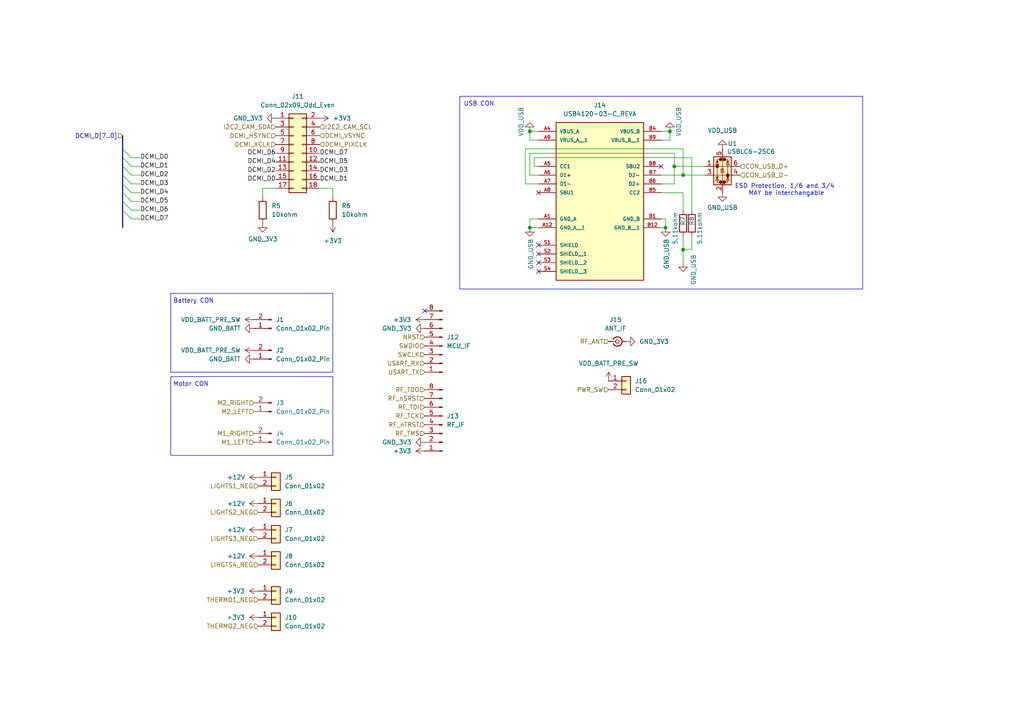
<source format=kicad_sch>
(kicad_sch (version 20231120) (generator "eeschema") (generator_version "8.0")
  (paper "A4")
  (lib_symbols
    (symbol "Connector:Conn_01x02_Pin" (pin_names (offset 1.016) hide)
      (property "Reference" "J" (at 0 2.54 0))
      (property "Value" "Conn_01x02_Pin" (at 0 -5.08 0))
      (symbol "Conn_01x02_Pin_1_1"
        (polyline (pts (xy 1.27 -2.54) (xy 0.8636 -2.54)) (stroke (width 0.1524)))
        (polyline (pts (xy 1.27 0) (xy 0.8636 0)) (stroke (width 0.1524)))
        (rectangle (start 0.8636 -2.413) (end 0 -2.667) (stroke (width 0.1524)) (fill (type outline)))
        (rectangle (start 0.8636 0.127) (end 0 -0.127) (stroke (width 0.1524)) (fill (type outline)))
        (pin passive line (at 5.08 0 180) (length 3.81) (name "Pin_1") (number "1"))
        (pin passive line (at 5.08 -2.54 180) (length 3.81) (name "Pin_2") (number "2"))
      )
    )
    (symbol "Connector:Conn_01x08_Pin" (pin_names (offset 1.016) hide)
      (property "Reference" "J" (at 0 10.16 0))
      (property "Value" "Conn_01x08_Pin" (at 0 -12.7 0))
      (symbol "Conn_01x08_Pin_1_1"
        (polyline (pts (xy 1.27 -10.16) (xy 0.8636 -10.16)) (stroke (width 0.1524)))
        (polyline (pts (xy 1.27 -7.62) (xy 0.8636 -7.62)) (stroke (width 0.1524)))
        (polyline (pts (xy 1.27 -5.08) (xy 0.8636 -5.08)) (stroke (width 0.1524)))
        (polyline (pts (xy 1.27 -2.54) (xy 0.8636 -2.54)) (stroke (width 0.1524)))
        (polyline (pts (xy 1.27 0) (xy 0.8636 0)) (stroke (width 0.1524)))
        (polyline (pts (xy 1.27 2.54) (xy 0.8636 2.54)) (stroke (width 0.1524)))
        (polyline (pts (xy 1.27 5.08) (xy 0.8636 5.08)) (stroke (width 0.1524)))
        (polyline (pts (xy 1.27 7.62) (xy 0.8636 7.62)) (stroke (width 0.1524)))
        (rectangle (start 0.8636 -10.033) (end 0 -10.287) (stroke (width 0.1524)) (fill (type outline)))
        (rectangle (start 0.8636 -7.493) (end 0 -7.747) (stroke (width 0.1524)) (fill (type outline)))
        (rectangle (start 0.8636 -4.953) (end 0 -5.207) (stroke (width 0.1524)) (fill (type outline)))
        (rectangle (start 0.8636 -2.413) (end 0 -2.667) (stroke (width 0.1524)) (fill (type outline)))
        (rectangle (start 0.8636 0.127) (end 0 -0.127) (stroke (width 0.1524)) (fill (type outline)))
        (rectangle (start 0.8636 2.667) (end 0 2.413) (stroke (width 0.1524)) (fill (type outline)))
        (rectangle (start 0.8636 5.207) (end 0 4.953) (stroke (width 0.1524)) (fill (type outline)))
        (rectangle (start 0.8636 7.747) (end 0 7.493) (stroke (width 0.1524)) (fill (type outline)))
        (pin passive line (at 5.08 7.62 180) (length 3.81) (name "Pin_1") (number "1"))
        (pin passive line (at 5.08 5.08 180) (length 3.81) (name "Pin_2") (number "2"))
        (pin passive line (at 5.08 2.54 180) (length 3.81) (name "Pin_3") (number "3"))
        (pin passive line (at 5.08 0 180) (length 3.81) (name "Pin_4") (number "4"))
        (pin passive line (at 5.08 -2.54 180) (length 3.81) (name "Pin_5") (number "5"))
        (pin passive line (at 5.08 -5.08 180) (length 3.81) (name "Pin_6") (number "6"))
        (pin passive line (at 5.08 -7.62 180) (length 3.81) (name "Pin_7") (number "7"))
        (pin passive line (at 5.08 -10.16 180) (length 3.81) (name "Pin_8") (number "8"))
      )
    )
    (symbol "Connector:Conn_Coaxial_Small" (pin_numbers hide) (pin_names (offset 1.016) hide)
      (property "Reference" "J" (at 0.254 3.048 0))
      (property "Value" "Conn_Coaxial_Small" (at 0 -3.81 0))
      (symbol "Conn_Coaxial_Small_0_1"
        (polyline (pts (xy -2.54 0) (xy -0.508 0)))
        (circle (center 0 0) (radius 0.508) (stroke (width 0.2032)))
      )
      (symbol "Conn_Coaxial_Small_1_1"
        (arc (start -1.1916 -0.6311) (mid 0.327 -1.3081) (end 1.3484 0.0039) (stroke (width 0.3048)))
        (arc (start 1.3484 -0.0039) (mid 0.327 1.3081) (end -1.1916 0.6311) (stroke (width 0.3048)))
        (pin passive line (at -2.54 0 0) (length 1.27) (name "In") (number "1"))
        (pin passive line (at 2.54 0 180) (length 1.27) (name "Ext") (number "2"))
      )
    )
    (symbol "Connector_Generic:Conn_01x02" (pin_names (offset 1.016) hide)
      (property "Reference" "J" (at 0 2.54 0))
      (property "Value" "Conn_01x02" (at 0 -5.08 0))
      (symbol "Conn_01x02_1_1"
        (rectangle (start -1.27 -2.413) (end 0 -2.667) (stroke (width 0.1524)))
        (rectangle (start -1.27 0.127) (end 0 -0.127) (stroke (width 0.1524)))
        (rectangle (start -1.27 1.27) (end 1.27 -3.81) (stroke (width 0.254)) (fill (type background)))
        (pin passive line (at -5.08 0 0) (length 3.81) (name "Pin_1") (number "1"))
        (pin passive line (at -5.08 -2.54 0) (length 3.81) (name "Pin_2") (number "2"))
      )
    )
    (symbol "Connector_Generic:Conn_02x09_Odd_Even" (pin_names (offset 1.016) hide)
      (property "Reference" "J" (at 1.27 12.7 0))
      (property "Value" "Conn_02x09_Odd_Even" (at 1.27 -12.7 0))
      (symbol "Conn_02x09_Odd_Even_1_1"
        (rectangle (start -1.27 -10.033) (end 0 -10.287) (stroke (width 0.1524)))
        (rectangle (start -1.27 -7.493) (end 0 -7.747) (stroke (width 0.1524)))
        (rectangle (start -1.27 -4.953) (end 0 -5.207) (stroke (width 0.1524)))
        (rectangle (start -1.27 -2.413) (end 0 -2.667) (stroke (width 0.1524)))
        (rectangle (start -1.27 0.127) (end 0 -0.127) (stroke (width 0.1524)))
        (rectangle (start -1.27 2.667) (end 0 2.413) (stroke (width 0.1524)))
        (rectangle (start -1.27 5.207) (end 0 4.953) (stroke (width 0.1524)))
        (rectangle (start -1.27 7.747) (end 0 7.493) (stroke (width 0.1524)))
        (rectangle (start -1.27 10.287) (end 0 10.033) (stroke (width 0.1524)))
        (rectangle (start -1.27 11.43) (end 3.81 -11.43) (stroke (width 0.254)) (fill (type background)))
        (rectangle (start 3.81 -10.033) (end 2.54 -10.287) (stroke (width 0.1524)))
        (rectangle (start 3.81 -7.493) (end 2.54 -7.747) (stroke (width 0.1524)))
        (rectangle (start 3.81 -4.953) (end 2.54 -5.207) (stroke (width 0.1524)))
        (rectangle (start 3.81 -2.413) (end 2.54 -2.667) (stroke (width 0.1524)))
        (rectangle (start 3.81 0.127) (end 2.54 -0.127) (stroke (width 0.1524)))
        (rectangle (start 3.81 2.667) (end 2.54 2.413) (stroke (width 0.1524)))
        (rectangle (start 3.81 5.207) (end 2.54 4.953) (stroke (width 0.1524)))
        (rectangle (start 3.81 7.747) (end 2.54 7.493) (stroke (width 0.1524)))
        (rectangle (start 3.81 10.287) (end 2.54 10.033) (stroke (width 0.1524)))
        (pin passive line (at -5.08 10.16 0) (length 3.81) (name "Pin_1") (number "1"))
        (pin passive line (at 7.62 0 180) (length 3.81) (name "Pin_10") (number "10"))
        (pin passive line (at -5.08 -2.54 0) (length 3.81) (name "Pin_11") (number "11"))
        (pin passive line (at 7.62 -2.54 180) (length 3.81) (name "Pin_12") (number "12"))
        (pin passive line (at -5.08 -5.08 0) (length 3.81) (name "Pin_13") (number "13"))
        (pin passive line (at 7.62 -5.08 180) (length 3.81) (name "Pin_14") (number "14"))
        (pin passive line (at -5.08 -7.62 0) (length 3.81) (name "Pin_15") (number "15"))
        (pin passive line (at 7.62 -7.62 180) (length 3.81) (name "Pin_16") (number "16"))
        (pin passive line (at -5.08 -10.16 0) (length 3.81) (name "Pin_17") (number "17"))
        (pin passive line (at 7.62 -10.16 180) (length 3.81) (name "Pin_18") (number "18"))
        (pin passive line (at 7.62 10.16 180) (length 3.81) (name "Pin_2") (number "2"))
        (pin passive line (at -5.08 7.62 0) (length 3.81) (name "Pin_3") (number "3"))
        (pin passive line (at 7.62 7.62 180) (length 3.81) (name "Pin_4") (number "4"))
        (pin passive line (at -5.08 5.08 0) (length 3.81) (name "Pin_5") (number "5"))
        (pin passive line (at 7.62 5.08 180) (length 3.81) (name "Pin_6") (number "6"))
        (pin passive line (at -5.08 2.54 0) (length 3.81) (name "Pin_7") (number "7"))
        (pin passive line (at 7.62 2.54 180) (length 3.81) (name "Pin_8") (number "8"))
        (pin passive line (at -5.08 0 0) (length 3.81) (name "Pin_9") (number "9"))
      )
    )
    (symbol "Device:R" (pin_numbers hide) (pin_names (offset 0))
      (property "Reference" "R" (at 2.032 0 90))
      (property "Value" "R" (at 0 0 90))
      (symbol "R_0_1"
        (rectangle (start -1.016 -2.54) (end 1.016 2.54) (stroke (width 0.254)))
      )
      (symbol "R_1_1"
        (pin passive line (at 0 3.81 270) (length 1.27) (name "~") (number "1"))
        (pin passive line (at 0 -3.81 90) (length 1.27) (name "~") (number "2"))
      )
    )
    (symbol "Power_Protection:USBLC6-2SC6" (pin_names hide)
      (property "Reference" "U" (at 0.635 5.715 0))
      (property "Value" "USBLC6-2SC6" (at 0.635 3.81 0))
      (symbol "USBLC6-2SC6_0_0"
        (circle (center -1.524 0) (radius 0.0001) (stroke (width 0.508)))
        (circle (center -0.508 -4.572) (radius 0.0001) (stroke (width 0.508)))
        (circle (center -0.508 2.032) (radius 0.0001) (stroke (width 0.508)))
        (circle (center 0.508 -4.572) (radius 0.0001) (stroke (width 0.508)))
        (circle (center 0.508 2.032) (radius 0.0001) (stroke (width 0.508)))
        (circle (center 1.524 -2.54) (radius 0.0001) (stroke (width 0.508)))
      )
      (symbol "USBLC6-2SC6_0_1"
        (polyline (pts (xy -2.54 -2.54) (xy 2.54 -2.54)))
        (polyline (pts (xy -2.54 0) (xy 2.54 0)))
        (polyline (pts (xy -2.032 -3.048) (xy -1.016 -3.048)))
        (polyline (pts (xy -1.016 1.524) (xy -2.032 1.524)))
        (polyline (pts (xy 1.016 -3.048) (xy 2.032 -3.048)))
        (polyline (pts (xy 1.016 1.524) (xy 2.032 1.524)))
        (polyline (pts (xy -0.508 -1.143) (xy -0.508 -0.762) (xy 0.508 -0.762)))
        (polyline (pts (xy -2.032 0.508) (xy -1.016 0.508) (xy -1.524 1.524) (xy -2.032 0.508)))
        (polyline (pts (xy -1.016 -4.064) (xy -2.032 -4.064) (xy -1.524 -3.048) (xy -1.016 -4.064)))
        (polyline (pts (xy 0.508 -1.778) (xy -0.508 -1.778) (xy 0 -0.762) (xy 0.508 -1.778)))
        (polyline (pts (xy 2.032 -4.064) (xy 1.016 -4.064) (xy 1.524 -3.048) (xy 2.032 -4.064)))
        (polyline (pts (xy 2.032 0.508) (xy 1.016 0.508) (xy 1.524 1.524) (xy 2.032 0.508)))
        (polyline (pts (xy 0 2.54) (xy -0.508 2.032) (xy 0.508 2.032) (xy 0 1.524) (xy 0 -4.064) (xy -0.508 -4.572) (xy 0.508 -4.572) (xy 0 -5.08)))
      )
      (symbol "USBLC6-2SC6_1_1"
        (rectangle (start -2.54 2.794) (end 2.54 -5.334) (stroke (width 0.254)) (fill (type background)))
        (polyline (pts (xy -0.508 2.032) (xy -1.524 2.032) (xy -1.524 -4.572) (xy -0.508 -4.572)))
        (polyline (pts (xy 0.508 -4.572) (xy 1.524 -4.572) (xy 1.524 2.032) (xy 0.508 2.032)))
        (pin passive line (at -5.08 0 0) (length 2.54) (name "I/O1") (number "1"))
        (pin passive line (at 0 -7.62 90) (length 2.54) (name "GND") (number "2"))
        (pin passive line (at -5.08 -2.54 0) (length 2.54) (name "I/O2") (number "3"))
        (pin passive line (at 5.08 -2.54 180) (length 2.54) (name "I/O2") (number "4"))
        (pin passive line (at 0 5.08 270) (length 2.54) (name "VBUS") (number "5"))
        (pin passive line (at 5.08 0 180) (length 2.54) (name "I/O1") (number "6"))
      )
    )
    (symbol "USB4120-03-C:USB4120-03-C_REVA" (pin_names (offset 1.016))
      (property "Reference" "J" (at -12.7 16.002 0))
      (property "Value" "USB4120-03-C_REVA" (at -12.7 -31.242 0))
      (symbol "USB4120-03-C_REVA_0_0"
        (rectangle (start -12.7 -30.48) (end 12.7 15.24) (stroke (width 0.254)) (fill (type background)))
        (pin power_in line (at -17.78 -12.7 0) (length 5.08) (name "GND_A") (number "A1"))
        (pin power_in line (at -17.78 -15.24 0) (length 5.08) (name "GND_A__1") (number "A12"))
        (pin power_in line (at -17.78 12.7 0) (length 5.08) (name "VBUS_A") (number "A4"))
        (pin bidirectional line (at -17.78 2.54 0) (length 5.08) (name "CC1") (number "A5"))
        (pin bidirectional line (at -17.78 0 0) (length 5.08) (name "D1+") (number "A6"))
        (pin bidirectional line (at -17.78 -2.54 0) (length 5.08) (name "D1-") (number "A7"))
        (pin bidirectional line (at -17.78 -5.08 0) (length 5.08) (name "SBU1") (number "A8"))
        (pin power_in line (at -17.78 10.16 0) (length 5.08) (name "VBUS_A__1") (number "A9"))
        (pin power_in line (at 17.78 -12.7 180) (length 5.08) (name "GND_B") (number "B1"))
        (pin power_in line (at 17.78 -15.24 180) (length 5.08) (name "GND_B__1") (number "B12"))
        (pin power_in line (at 17.78 12.7 180) (length 5.08) (name "VBUS_B") (number "B4"))
        (pin bidirectional line (at 17.78 -5.08 180) (length 5.08) (name "CC2") (number "B5"))
        (pin bidirectional line (at 17.78 -2.54 180) (length 5.08) (name "D2+") (number "B6"))
        (pin bidirectional line (at 17.78 0 180) (length 5.08) (name "D2-") (number "B7"))
        (pin bidirectional line (at 17.78 2.54 180) (length 5.08) (name "SBU2") (number "B8"))
        (pin power_in line (at 17.78 10.16 180) (length 5.08) (name "VBUS_B__1") (number "B9"))
        (pin passive line (at -17.78 -20.32 0) (length 5.08) (name "SHIELD") (number "S1"))
        (pin passive line (at -17.78 -22.86 0) (length 5.08) (name "SHIELD__1") (number "S2"))
        (pin passive line (at -17.78 -25.4 0) (length 5.08) (name "SHIELD__2") (number "S3"))
        (pin passive line (at -17.78 -27.94 0) (length 5.08) (name "SHIELD__3") (number "S4"))
      )
    )
    (symbol "power:+3V3" (power) (pin_numbers hide) (pin_names (offset 0) hide)
      (property "Value" "+3V3" (at 0 3.556 0))
      (symbol "+3V3_0_1"
        (polyline (pts (xy -0.762 1.27) (xy 0 2.54)))
        (polyline (pts (xy 0 0) (xy 0 2.54)))
        (polyline (pts (xy 0 2.54) (xy 0.762 1.27)))
      )
      (symbol "+3V3_1_1"
        (pin power_in line (at 0 0 90) (length 0) (name "~") (number "1"))
      )
    )
    (symbol "power:GND" (power) (pin_numbers hide) (pin_names (offset 0) hide)
      (property "Value" "GND" (at 0 -3.81 0))
      (symbol "GND_0_1"
        (polyline (pts (xy 0 0) (xy 0 -1.27) (xy 1.27 -1.27) (xy 0 -2.54) (xy -1.27 -1.27) (xy 0 -1.27)))
      )
      (symbol "GND_1_1"
        (pin power_in line (at 0 0 270) (length 0) (name "~") (number "1"))
      )
    )
  )
  (junction (at 194.31 38.1))
  (junction (at 195.58 48.26))
  (junction (at 198.12 72.39))
  (junction (at 153.67 38.1))
  (junction (at 153.67 66.04))
  (junction (at 198.12 50.8))
  (junction (at 193.04 66.04))
  (no_connect (at 156.21 55.88))
  (no_connect (at 156.21 73.66))
  (no_connect (at 156.21 71.12))
  (no_connect (at 156.21 78.74))
  (no_connect (at 123.19 90.17))
  (no_connect (at 191.77 48.26))
  (no_connect (at 156.21 76.2))
  (bus_entry (at 35.56 55.88) (size 2.54 2.54))
  (bus_entry (at 35.56 58.42) (size 2.54 2.54))
  (bus_entry (at 35.56 43.18) (size 2.54 2.54))
  (bus_entry (at 35.56 60.96) (size 2.54 2.54))
  (bus_entry (at 35.56 53.34) (size 2.54 2.54))
  (bus_entry (at 35.56 48.26) (size 2.54 2.54))
  (bus_entry (at 35.56 45.72) (size 2.54 2.54))
  (bus_entry (at 35.56 50.8) (size 2.54 2.54))
  (wire (pts (xy 153.67 44.45) (xy 195.58 44.45)))
  (wire (pts (xy 195.58 48.26) (xy 195.58 53.34)))
  (wire (pts (xy 40.64 48.26) (xy 38.1 48.26)))
  (wire (pts (xy 191.77 63.5) (xy 193.04 63.5)))
  (wire (pts (xy 154.94 45.72) (xy 200.66 45.72)))
  (bus (pts (xy 35.56 66.04) (xy 35.56 60.96)))
  (wire (pts (xy 153.67 63.5) (xy 156.21 63.5)))
  (bus (pts (xy 35.56 50.8) (xy 35.56 48.26)))
  (wire (pts (xy 194.31 40.64) (xy 194.31 38.1)))
  (bus (pts (xy 35.56 43.18) (xy 35.56 39.37)))
  (bus (pts (xy 35.56 45.72) (xy 35.56 43.18)))
  (wire (pts (xy 191.77 40.64) (xy 194.31 40.64)))
  (bus (pts (xy 35.56 60.96) (xy 35.56 58.42)))
  (wire (pts (xy 193.04 66.04) (xy 191.77 66.04)))
  (wire (pts (xy 40.64 60.96) (xy 38.1 60.96)))
  (wire (pts (xy 198.12 72.39) (xy 200.66 72.39)))
  (wire (pts (xy 153.67 66.04) (xy 156.21 66.04)))
  (wire (pts (xy 198.12 60.96) (xy 198.12 55.88)))
  (wire (pts (xy 96.52 54.61) (xy 96.52 57.15)))
  (wire (pts (xy 40.64 50.8) (xy 38.1 50.8)))
  (wire (pts (xy 76.2 54.61) (xy 76.2 57.15)))
  (wire (pts (xy 76.2 54.61) (xy 80.01 54.61)))
  (wire (pts (xy 40.64 63.5) (xy 38.1 63.5)))
  (wire (pts (xy 152.4 53.34) (xy 152.4 43.18)))
  (wire (pts (xy 195.58 44.45) (xy 195.58 48.26)))
  (wire (pts (xy 40.64 58.42) (xy 38.1 58.42)))
  (wire (pts (xy 40.64 53.34) (xy 38.1 53.34)))
  (wire (pts (xy 156.21 53.34) (xy 152.4 53.34)))
  (wire (pts (xy 198.12 43.18) (xy 198.12 50.8)))
  (bus (pts (xy 35.56 58.42) (xy 35.56 55.88)))
  (wire (pts (xy 154.94 48.26) (xy 154.94 45.72)))
  (wire (pts (xy 193.04 63.5) (xy 193.04 66.04)))
  (wire (pts (xy 200.66 45.72) (xy 200.66 60.96)))
  (wire (pts (xy 194.31 38.1) (xy 191.77 38.1)))
  (bus (pts (xy 35.56 48.26) (xy 35.56 45.72)))
  (bus (pts (xy 35.56 53.34) (xy 35.56 50.8)))
  (wire (pts (xy 156.21 50.8) (xy 153.67 50.8)))
  (wire (pts (xy 153.67 38.1) (xy 156.21 38.1)))
  (wire (pts (xy 198.12 68.58) (xy 198.12 72.39)))
  (wire (pts (xy 96.52 54.61) (xy 92.71 54.61)))
  (wire (pts (xy 198.12 72.39) (xy 198.12 76.2)))
  (wire (pts (xy 152.4 43.18) (xy 198.12 43.18)))
  (wire (pts (xy 156.21 40.64) (xy 153.67 40.64)))
  (wire (pts (xy 195.58 48.26) (xy 204.47 48.26)))
  (wire (pts (xy 153.67 50.8) (xy 153.67 44.45)))
  (wire (pts (xy 153.67 66.04) (xy 153.67 63.5)))
  (wire (pts (xy 153.67 40.64) (xy 153.67 38.1)))
  (wire (pts (xy 198.12 50.8) (xy 204.47 50.8)))
  (wire (pts (xy 156.21 48.26) (xy 154.94 48.26)))
  (bus (pts (xy 35.56 55.88) (xy 35.56 53.34)))
  (wire (pts (xy 191.77 50.8) (xy 198.12 50.8)))
  (wire (pts (xy 40.64 55.88) (xy 38.1 55.88)))
  (wire (pts (xy 200.66 72.39) (xy 200.66 68.58)))
  (wire (pts (xy 191.77 53.34) (xy 195.58 53.34)))
  (wire (pts (xy 198.12 55.88) (xy 191.77 55.88)))
  (wire (pts (xy 40.64 45.72) (xy 38.1 45.72)))
  (rectangle (start 133.35 27.94) (end 250.19 83.82))
  (rectangle (start 49.53 85.09) (end 96.52 107.95))
  (rectangle (start 49.53 109.22) (end 96.52 132.08))
  (text "Battery CON" (at 56.134 87.376 0) (effects (font (size 1.27 1.27))))
  (text "ESD Protection, 1/6 and 3/4 \nMAY be interchangable" (at 228.092 55.118 0) (effects (font (size 1.27 1.27))))
  (text "USB CON" (at 138.938 30.226 0) (effects (font (size 1.27 1.27))))
  (text "Motor CON" (at 55.372 111.506 0) (effects (font (size 1.27 1.27))))
  (label "DCMI_D4" (at 80.01 46.99 180))
  (label "DCMI_D0" (at 80.01 52.07 180))
  (label "DCMI_D5" (at 40.64 58.42 0))
  (label "DCMI_D1" (at 40.64 48.26 0))
  (label "DCMI_D7" (at 40.64 63.5 0))
  (label "DCMI_D3" (at 92.71 49.53 0))
  (label "DCMI_D0" (at 40.64 45.72 0))
  (label "DCMI_D7" (at 92.71 44.45 0))
  (label "DCMI_D6" (at 40.64 60.96 0))
  (label "DCMI_D4" (at 40.64 55.88 0))
  (label "DCMI_D1" (at 92.71 52.07 0))
  (label "DCMI_D2" (at 40.64 50.8 0))
  (label "DCMI_D2" (at 80.01 49.53 180))
  (label "DCMI_D5" (at 92.71 46.99 0))
  (label "DCMI_D6" (at 80.01 44.45 180))
  (label "DCMI_D3" (at 40.64 53.34 0))
  (hierarchical_label "SWCLK" (shape input) (at 123.19 102.87 180))
  (hierarchical_label "RF_TCK" (shape input) (at 123.19 120.65 180))
  (hierarchical_label "LIGHTS2_NEG" (shape input) (at 74.93 148.59 180))
  (hierarchical_label "M1_LEFT" (shape input) (at 73.66 128.27 180))
  (hierarchical_label "LIGHTS1_NEG" (shape input) (at 74.93 140.97 180))
  (hierarchical_label "USART_RX" (shape input) (at 123.19 105.41 180))
  (hierarchical_label "LIGHTS3_NEG" (shape input) (at 74.93 156.21 180))
  (hierarchical_label "RF_TDO" (shape input) (at 123.19 113.03 180))
  (hierarchical_label "DCMI_XCLK" (shape input) (at 80.01 41.91 180))
  (hierarchical_label "THERMO2_NEG" (shape input) (at 74.93 181.61 180))
  (hierarchical_label "M2_LEFT" (shape input) (at 73.66 119.38 180))
  (hierarchical_label "RF_nTRST" (shape input) (at 123.19 123.19 180))
  (hierarchical_label "DCMI_VSYNC" (shape input) (at 92.71 39.37 0))
  (hierarchical_label "PWR_SW" (shape input) (at 176.53 113.03 180))
  (hierarchical_label "DCMI_HSYNC" (shape input) (at 80.01 39.37 180))
  (hierarchical_label "NRST" (shape input) (at 123.19 97.79 180))
  (hierarchical_label "M1_RIGHT" (shape input) (at 73.66 125.73 180))
  (hierarchical_label "DCMI_D[7..0]" (shape input) (at 35.56 39.37 180))
  (hierarchical_label "RF_nSRST" (shape input) (at 123.19 115.57 180))
  (hierarchical_label "I2C2_CAM_SDA" (shape input) (at 80.01 36.83 180))
  (hierarchical_label "RF_TMS" (shape input) (at 123.19 125.73 180))
  (hierarchical_label "RF_ANT" (shape input) (at 176.53 99.06 180))
  (hierarchical_label "USART_TX" (shape input) (at 123.19 107.95 180))
  (hierarchical_label "LIHGTS4_NEG" (shape input) (at 74.93 163.83 180))
  (hierarchical_label "SWDIO" (shape input) (at 123.19 100.33 180))
  (hierarchical_label "M2_RIGHT" (shape input) (at 73.66 116.84 180))
  (hierarchical_label "THERMO1_NEG" (shape input) (at 74.93 173.99 180))
  (hierarchical_label "RF_TDI" (shape input) (at 123.19 118.11 180))
  (hierarchical_label "DCMI_PIXCLK" (shape input) (at 92.71 41.91 0))
  (hierarchical_label "CON_USB_D+" (shape input) (at 214.63 48.26 0))
  (hierarchical_label "CON_USB_D-" (shape input) (at 214.63 50.8 0))
  (hierarchical_label "I2C2_CAM_SCL" (shape input) (at 92.71 36.83 0))
  (symbol (lib_id "power:GND") (at 80.01 34.29 270) (unit 1)
    (property "Reference" "#PWR040" (effects (hide yes)))
    (property "Value" "GND_3V3" (at 76.2 34.2899 90) (effects (justify right)))
    (property "Description" "Power symbol creates a global label with name \"GND\" , ground" (effects (hide yes)))
  )
  (symbol (lib_id "power:GND") (at 153.67 38.1 180) (unit 1)
    (property "Reference" "#PWR047" (effects (hide yes)))
    (property "Value" "VDD_USB" (at 151.13 35.306 90))
    (property "Description" "Power symbol creates a global label with name \"GND\" , ground" (effects (hide yes)))
  )
  (symbol (lib_id "power:+3V3") (at 123.19 92.71 90) (unit 1)
    (property "Reference" "#PWR043" (effects (hide yes)))
    (property "Value" "+3V3" (at 119.3 92.7099 90) (effects (justify left)))
    (property "Description" "Power symbol creates a global label with name \"+3V3\"" (effects (hide yes)))
  )
  (symbol (lib_id "power:GND") (at 76.2 64.77 0) (unit 1)
    (property "Reference" "#PWR039" (effects (hide yes)))
    (property "Value" "GND_3V3" (at 80.518 69.342 0) (effects (justify right)))
    (property "Description" "Power symbol creates a global label with name \"GND\" , ground" (effects (hide yes)))
  )
  (symbol (lib_id "Connector:Conn_01x08_Pin") (at 128.27 100.33 180) (unit 1)
    (property "Reference" "J12" (at 129.54 97.7899 0) (effects (justify right)))
    (property "Value" "MCU_IF" (at 129.54 100.3299 0) (effects (justify right)))
    (property "Footprint" "Connector_PinHeader_2.54mm:PinHeader_2x04_P2.54mm_Vertical" (effects (hide yes)))
    (property "Description" "Generic connector, single row, 01x08, script generated" (effects (hide yes)))
    (property "MANUF_PN" "PH2-08-UA" (effects (hide yes)))
  )
  (symbol (lib_id "Connector:Conn_01x02_Pin") (at 78.74 119.38 180) (unit 1)
    (property "Reference" "J3" (at 80.01 116.8399 0) (effects (justify right)))
    (property "Value" "Conn_01x02_Pin" (at 80.01 119.3799 0) (effects (justify right)))
    (property "Footprint" "Connector_AMASS:AMASS_XT60-M_1x02_P7.20mm_Vertical" (effects (hide yes)))
    (property "Description" "Generic connector, single row, 01x02, script generated" (effects (hide yes)))
    (property "MANUF_PN" "N/A" (effects (hide yes)))
  )
  (symbol (lib_id "power:+3V3") (at 74.93 153.67 90) (unit 1)
    (property "Reference" "#PWR035" (effects (hide yes)))
    (property "Value" "+12V" (at 71.12 153.6699 90) (effects (justify left)))
    (property "Description" "Power symbol creates a global label with name \"+3V3\"" (effects (hide yes)))
  )
  (symbol (lib_id "power:GND") (at 193.04 66.04 0) (unit 1)
    (property "Reference" "#PWR051" (effects (hide yes)))
    (property "Value" "GND_USB" (at 193.294 73.66 90))
    (property "Description" "Power symbol creates a global label with name \"GND\" , ground" (effects (hide yes)))
  )
  (symbol (lib_id "power:GND") (at 209.55 55.88 0) (unit 1)
    (property "Reference" "#PWR055" (effects (hide yes)))
    (property "Value" "GND_USB" (at 209.55 60.198 0))
    (property "Description" "Power symbol creates a global label with name \"GND\" , ground" (effects (hide yes)))
  )
  (symbol (lib_id "Connector_Generic:Conn_01x02") (at 80.01 179.07 0) (unit 1)
    (property "Reference" "J10" (at 82.55 179.0699 0) (effects (justify left)))
    (property "Value" "Conn_01x02" (at 82.55 181.6099 0) (effects (justify left)))
    (property "Footprint" "Connector_JST:JST_XH_B2B-XH-AM_1x02_P2.50mm_Vertical" (effects (hide yes)))
    (property "Description" "Generic connector, single row, 01x02, script generated (kicad-library-utils/schlib/autogen/connector/)" (effects (hide yes)))
    (property "MANUF_PN" "B2B-XH-AM" (effects (hide yes)))
  )
  (symbol (lib_id "Connector_Generic:Conn_01x02") (at 80.01 171.45 0) (unit 1)
    (property "Reference" "J9" (at 82.55 171.4499 0) (effects (justify left)))
    (property "Value" "Conn_01x02" (at 82.55 173.9899 0) (effects (justify left)))
    (property "Footprint" "Connector_JST:JST_XH_B2B-XH-AM_1x02_P2.50mm_Vertical" (effects (hide yes)))
    (property "Description" "Generic connector, single row, 01x02, script generated (kicad-library-utils/schlib/autogen/connector/)" (effects (hide yes)))
    (property "MANUF_PN" "B2B-XH-AM" (effects (hide yes)))
  )
  (symbol (lib_id "power:GND") (at 73.66 104.14 270) (unit 1)
    (property "Reference" "#PWR032" (effects (hide yes)))
    (property "Value" "GND_BATT" (at 69.85 104.1399 90) (effects (justify right)))
    (property "Description" "Power symbol creates a global label with name \"GND\" , ground" (effects (hide yes)))
  )
  (symbol (lib_id "Connector:Conn_01x02_Pin") (at 78.74 128.27 180) (unit 1)
    (property "Reference" "J4" (at 80.01 125.7299 0) (effects (justify right)))
    (property "Value" "Conn_01x02_Pin" (at 80.01 128.2699 0) (effects (justify right)))
    (property "Footprint" "Connector_AMASS:AMASS_XT60-M_1x02_P7.20mm_Vertical" (effects (hide yes)))
    (property "Description" "Generic connector, single row, 01x02, script generated" (effects (hide yes)))
    (property "MANUF_PN" "N/A" (effects (hide yes)))
  )
  (symbol (lib_id "power:+3V3") (at 123.19 130.81 90) (unit 1)
    (property "Reference" "#PWR046" (effects (hide yes)))
    (property "Value" "+3V3" (at 119.3 130.8099 90) (effects (justify left)))
    (property "Description" "Power symbol creates a global label with name \"+3V3\"" (effects (hide yes)))
  )
  (symbol (lib_id "Device:R") (at 198.12 64.77 0) (mirror x) (unit 1)
    (property "Reference" "R7" (at 198.12 62.738 90) (effects (justify left)))
    (property "Value" "5.11kohm" (at 195.834 61.468 90) (effects (justify left)))
    (property "Footprint" "Resistor_SMD:R_0603_1608Metric" (effects (hide yes)))
    (property "Description" "Resistor" (effects (hide yes)))
    (property "MANUF_PN" "CRCW06035K11FKEAC" (effects (hide yes)))
  )
  (symbol (lib_id "power:+3V3") (at 74.93 179.07 90) (unit 1)
    (property "Reference" "#PWR038" (effects (hide yes)))
    (property "Value" "+3V3" (at 71.04 179.0699 90) (effects (justify left)))
    (property "Description" "Power symbol creates a global label with name \"+3V3\"" (effects (hide yes)))
  )
  (symbol (lib_id "power:GND") (at 198.12 76.2 0) (unit 1)
    (property "Reference" "#PWR053" (effects (hide yes)))
    (property "Value" "GND_USB" (at 201.168 78.232 90))
    (property "Description" "Power symbol creates a global label with name \"GND\" , ground" (effects (hide yes)))
  )
  (symbol (lib_id "power:+3V3") (at 96.52 64.77 180) (unit 1)
    (property "Reference" "#PWR042" (effects (hide yes)))
    (property "Value" "+3V3" (at 96.52 69.85 0))
    (property "Description" "Power symbol creates a global label with name \"+3V3\"" (effects (hide yes)))
  )
  (symbol (lib_id "USB4120-03-C:USB4120-03-C_REVA") (at 173.99 50.8 0) (unit 1)
    (property "Reference" "J14" (at 173.99 30.48 0))
    (property "Value" "USB4120-03-C_REVA" (at 173.99 33.02 0))
    (property "Footprint" "USB4120-03-C:GCT_USB4120-03-C_REVA" (effects (hide yes)))
    (property "PARTREV" "A" (effects (hide yes)))
    (property "MANUFACTURER" "USB4120-03-C" (effects (hide yes)))
    (property "MAXIMUM_PACKAGE_HEIGHT" "6.5mm" (effects (hide yes)))
    (property "STANDARD" "Manufacturer Recommendations" (effects (hide yes)))
    (property "MANUF_PN" "USB4120-03-C" (effects (hide yes)))
  )
  (symbol (lib_id "power:+3V3") (at 73.66 92.71 90) (unit 1)
    (property "Reference" "#PWR029" (effects (hide yes)))
    (property "Value" "VDD_BATT_PRE_SW" (at 69.85 92.7099 90) (effects (justify left)))
    (property "Description" "Power symbol creates a global label with name \"+3V3\"" (effects (hide yes)))
  )
  (symbol (lib_id "Connector_Generic:Conn_01x02") (at 80.01 153.67 0) (unit 1)
    (property "Reference" "J7" (at 82.55 153.6699 0) (effects (justify left)))
    (property "Value" "Conn_01x02" (at 82.55 156.2099 0) (effects (justify left)))
    (property "Footprint" "Connector_JST:JST_XH_B2B-XH-AM_1x02_P2.50mm_Vertical" (effects (hide yes)))
    (property "Description" "Generic connector, single row, 01x02, script generated (kicad-library-utils/schlib/autogen/connector/)" (effects (hide yes)))
    (property "MANUF_PN" "B2B-XH-AM" (effects (hide yes)))
  )
  (symbol (lib_id "power:+3V3") (at 74.93 161.29 90) (unit 1)
    (property "Reference" "#PWR036" (effects (hide yes)))
    (property "Value" "+12V" (at 71.12 161.2899 90) (effects (justify left)))
    (property "Description" "Power symbol creates a global label with name \"+3V3\"" (effects (hide yes)))
  )
  (symbol (lib_id "power:+3V3") (at 92.71 34.29 270) (unit 1)
    (property "Reference" "#PWR041" (effects (hide yes)))
    (property "Value" "+3V3" (at 96.52 34.2899 90) (effects (justify left)))
    (property "Description" "Power symbol creates a global label with name \"+3V3\"" (effects (hide yes)))
  )
  (symbol (lib_id "Connector_Generic:Conn_01x02") (at 80.01 138.43 0) (unit 1)
    (property "Reference" "J5" (at 82.55 138.4299 0) (effects (justify left)))
    (property "Value" "Conn_01x02" (at 82.55 140.9699 0) (effects (justify left)))
    (property "Footprint" "Connector_JST:JST_XH_B2B-XH-AM_1x02_P2.50mm_Vertical" (effects (hide yes)))
    (property "Description" "Generic connector, single row, 01x02, script generated (kicad-library-utils/schlib/autogen/connector/)" (effects (hide yes)))
    (property "MANUF_PN" "B2B-XH-AM" (effects (hide yes)))
  )
  (symbol (lib_id "Connector_Generic:Conn_02x09_Odd_Even") (at 85.09 44.45 0) (unit 1)
    (property "Reference" "J11" (at 86.36 27.94 0))
    (property "Value" "Conn_02x09_Odd_Even" (at 86.36 30.48 0))
    (property "Footprint" "Connector_PinSocket_2.54mm:PinSocket_2x09_P2.54mm_Horizontal" (effects (hide yes)))
    (property "Description" "Generic connector, double row, 02x09, odd/even pin numbering scheme (row 1 odd numbers, row 2 even numbers), script generated (kicad-library-utils/schlib/autogen/connector/)" (effects (hide yes)))
    (property "MANUF_PN" "PPPC092LJBN-RC" (effects (hide yes)))
  )
  (symbol (lib_id "Connector:Conn_01x02_Pin") (at 78.74 104.14 180) (unit 1)
    (property "Reference" "J2" (at 80.01 101.5999 0) (effects (justify right)))
    (property "Value" "Conn_01x02_Pin" (at 80.01 104.1399 0) (effects (justify right)))
    (property "Footprint" "Connector_AMASS:AMASS_XT60-M_1x02_P7.20mm_Vertical" (effects (hide yes)))
    (property "Description" "Generic connector, single row, 01x02, script generated" (effects (hide yes)))
    (property "MANUF_PN" "N/A" (effects (hide yes)))
  )
  (symbol (lib_id "power:GND") (at 123.19 95.25 270) (unit 1)
    (property "Reference" "#PWR044" (effects (hide yes)))
    (property "Value" "GND_3V3" (at 119.38 95.2499 90) (effects (justify right)))
    (property "Description" "Power symbol creates a global label with name \"GND\" , ground" (effects (hide yes)))
  )
  (symbol (lib_id "power:+3V3") (at 74.93 171.45 90) (unit 1)
    (property "Reference" "#PWR037" (effects (hide yes)))
    (property "Value" "+3V3" (at 71.04 171.4499 90) (effects (justify left)))
    (property "Description" "Power symbol creates a global label with name \"+3V3\"" (effects (hide yes)))
  )
  (symbol (lib_id "Connector:Conn_01x08_Pin") (at 128.27 123.19 180) (unit 1)
    (property "Reference" "J13" (at 129.54 120.6499 0) (effects (justify right)))
    (property "Value" "RF_IF" (at 129.54 123.1899 0) (effects (justify right)))
    (property "Footprint" "Connector_PinHeader_2.54mm:PinHeader_2x04_P2.54mm_Vertical" (effects (hide yes)))
    (property "Description" "Generic connector, single row, 01x08, script generated" (effects (hide yes)))
    (property "MANUF_PN" "PH2-08-UA" (effects (hide yes)))
  )
  (symbol (lib_id "Connector_Generic:Conn_01x02") (at 80.01 161.29 0) (unit 1)
    (property "Reference" "J8" (at 82.55 161.2899 0) (effects (justify left)))
    (property "Value" "Conn_01x02" (at 82.55 163.8299 0) (effects (justify left)))
    (property "Footprint" "Connector_JST:JST_XH_B2B-XH-AM_1x02_P2.50mm_Vertical" (effects (hide yes)))
    (property "Description" "Generic connector, single row, 01x02, script generated (kicad-library-utils/schlib/autogen/connector/)" (effects (hide yes)))
    (property "MANUF_PN" "B2B-XH-AM" (effects (hide yes)))
  )
  (symbol (lib_id "Power_Protection:USBLC6-2SC6") (at 209.55 48.26 0) (unit 1)
    (property "Reference" "U1" (at 211.074 41.656 0) (effects (justify left)))
    (property "Value" "USBLC6-2SC6" (at 210.82 43.942 0) (effects (justify left)))
    (property "Footprint" "Package_TO_SOT_SMD:SOT-23-6" (effects (hide yes)))
    (property "Datasheet" "https://www.digikey.ca/en/products/detail/stmicroelectronics/USBLC6-2SC6/1040559" (effects (hide yes)))
    (property "Description" "Very low capacitance ESD protection diode, 2 data-line, SOT-23-6" (effects (hide yes)))
    (property "MANUF_PN" "USBLC6-2SC6" (effects (hide yes)))
  )
  (symbol (lib_id "Connector:Conn_01x02_Pin") (at 78.74 95.25 180) (unit 1)
    (property "Reference" "J1" (at 80.01 92.7099 0) (effects (justify right)))
    (property "Value" "Conn_01x02_Pin" (at 80.01 95.2499 0) (effects (justify right)))
    (property "Footprint" "Connector_AMASS:AMASS_XT60-M_1x02_P7.20mm_Vertical" (effects (hide yes)))
    (property "Description" "Generic connector, single row, 01x02, script generated" (effects (hide yes)))
    (property "MANUF_PN" "N/A" (effects (hide yes)))
  )
  (symbol (lib_id "Connector_Generic:Conn_01x02") (at 181.61 110.49 0) (unit 1)
    (property "Reference" "J16" (at 184.15 110.4899 0) (effects (justify left)))
    (property "Value" "Conn_01x02" (at 184.15 113.0299 0) (effects (justify left)))
    (property "Footprint" "Connector_JST:JST_XH_B2B-XH-AM_1x02_P2.50mm_Vertical" (effects (hide yes)))
    (property "Description" "Generic connector, single row, 01x02, script generated (kicad-library-utils/schlib/autogen/connector/)" (effects (hide yes)))
    (property "MANUF_PN" "B2B-XH-AM" (effects (hide yes)))
  )
  (symbol (lib_id "power:GND") (at 194.31 38.1 0) (mirror x) (unit 1)
    (property "Reference" "#PWR052" (effects (hide yes)))
    (property "Value" "VDD_USB" (at 196.85 35.306 90))
    (property "Description" "Power symbol creates a global label with name \"GND\" , ground" (effects (hide yes)))
  )
  (symbol (lib_id "power:GND") (at 73.66 95.25 270) (unit 1)
    (property "Reference" "#PWR030" (effects (hide yes)))
    (property "Value" "GND_BATT" (at 69.85 95.2499 90) (effects (justify right)))
    (property "Description" "Power symbol creates a global label with name \"GND\" , ground" (effects (hide yes)))
  )
  (symbol (lib_id "Device:R") (at 200.66 64.77 180) (unit 1)
    (property "Reference" "R8" (at 200.66 62.738 90) (effects (justify left)))
    (property "Value" "5.11kohm" (at 202.946 61.468 90) (effects (justify left)))
    (property "Footprint" "Resistor_SMD:R_0603_1608Metric" (effects (hide yes)))
    (property "Description" "Resistor" (effects (hide yes)))
    (property "MANUF_PN" "CRCW06035K11FKEAC" (effects (hide yes)))
  )
  (symbol (lib_id "power:+3V3") (at 73.66 101.6 90) (unit 1)
    (property "Reference" "#PWR031" (effects (hide yes)))
    (property "Value" "VDD_BATT_PRE_SW" (at 69.85 101.5999 90) (effects (justify left)))
    (property "Description" "Power symbol creates a global label with name \"+3V3\"" (effects (hide yes)))
  )
  (symbol (lib_id "power:+3V3") (at 74.93 138.43 90) (unit 1)
    (property "Reference" "#PWR033" (effects (hide yes)))
    (property "Value" "+12V" (at 71.12 138.4299 90) (effects (justify left)))
    (property "Description" "Power symbol creates a global label with name \"+3V3\"" (effects (hide yes)))
  )
  (symbol (lib_id "power:GND") (at 123.19 128.27 270) (unit 1)
    (property "Reference" "#PWR045" (effects (hide yes)))
    (property "Value" "GND_3V3" (at 119.38 128.2699 90) (effects (justify right)))
    (property "Description" "Power symbol creates a global label with name \"GND\" , ground" (effects (hide yes)))
  )
  (symbol (lib_id "power:+3V3") (at 74.93 146.05 90) (unit 1)
    (property "Reference" "#PWR034" (effects (hide yes)))
    (property "Value" "+12V" (at 71.12 146.0499 90) (effects (justify left)))
    (property "Description" "Power symbol creates a global label with name \"+3V3\"" (effects (hide yes)))
  )
  (symbol (lib_id "power:GND") (at 209.55 43.18 180) (unit 1)
    (property "Reference" "#PWR054" (effects (hide yes)))
    (property "Value" "VDD_USB" (at 209.55 37.846 0))
    (property "Description" "Power symbol creates a global label with name \"GND\" , ground" (effects (hide yes)))
  )
  (symbol (lib_id "Connector_Generic:Conn_01x02") (at 80.01 146.05 0) (unit 1)
    (property "Reference" "J6" (at 82.55 146.0499 0) (effects (justify left)))
    (property "Value" "Conn_01x02" (at 82.55 148.5899 0) (effects (justify left)))
    (property "Footprint" "Connector_JST:JST_XH_B2B-XH-AM_1x02_P2.50mm_Vertical" (effects (hide yes)))
    (property "Description" "Generic connector, single row, 01x02, script generated (kicad-library-utils/schlib/autogen/connector/)" (effects (hide yes)))
    (property "MANUF_PN" "B2B-XH-AM" (effects (hide yes)))
  )
  (symbol (lib_id "power:GND") (at 153.67 66.04 0) (unit 1)
    (property "Reference" "#PWR048" (effects (hide yes)))
    (property "Value" "GND_USB" (at 153.924 73.66 90))
    (property "Description" "Power symbol creates a global label with name \"GND\" , ground" (effects (hide yes)))
  )
  (symbol (lib_id "Device:R") (at 96.52 60.96 180) (unit 1)
    (property "Reference" "R6" (at 99.06 59.6899 0) (effects (justify right)))
    (property "Value" "10kohm" (at 99.06 62.2299 0) (effects (justify right)))
    (property "Footprint" "Resistor_SMD:R_0603_1608Metric" (effects (hide yes)))
    (property "Description" "Resistor" (effects (hide yes)))
    (property "MANUF_PN" "RC0603FR-0710KL" (effects (hide yes)))
  )
  (symbol (lib_id "power:GND") (at 181.61 99.06 90) (unit 1)
    (property "Reference" "#PWR050" (effects (hide yes)))
    (property "Value" "GND_3V3" (at 185.42 99.0599 90) (effects (justify right)))
    (property "Description" "Power symbol creates a global label with name \"GND\" , ground" (effects (hide yes)))
  )
  (symbol (lib_id "power:+3V3") (at 176.53 110.49 0) (unit 1)
    (property "Reference" "#PWR049" (effects (hide yes)))
    (property "Value" "VDD_BATT_PRE_SW" (at 176.53 105.41 0))
    (property "Description" "Power symbol creates a global label with name \"+3V3\"" (effects (hide yes)))
  )
  (symbol (lib_id "Connector:Conn_Coaxial_Small") (at 179.07 99.06 0) (unit 1)
    (property "Reference" "J15" (at 178.5504 92.71 0))
    (property "Value" "ANT_IF" (at 178.5504 95.25 0))
    (property "Footprint" "Connector_Coaxial:SMA_Molex_73251-1153_EdgeMount_Horizontal" (effects (hide yes)))
    (property "Description" "small coaxial connector (BNC, SMA, SMB, SMC, Cinch/RCA, LEMO, ...)" (effects (hide yes)))
    (property "MANUF_PN" "0732511153" (effects (hide yes)))
  )
  (symbol (lib_id "Device:R") (at 76.2 60.96 180) (unit 1)
    (property "Reference" "R5" (at 78.74 59.6899 0) (effects (justify right)))
    (property "Value" "10kohm" (at 78.74 62.2299 0) (effects (justify right)))
    (property "Footprint" "Resistor_SMD:R_0603_1608Metric" (effects (hide yes)))
    (property "Description" "Resistor" (effects (hide yes)))
    (property "MANUF_PN" "RC0603FR-0710KL" (effects (hide yes)))
  )
)
</source>
